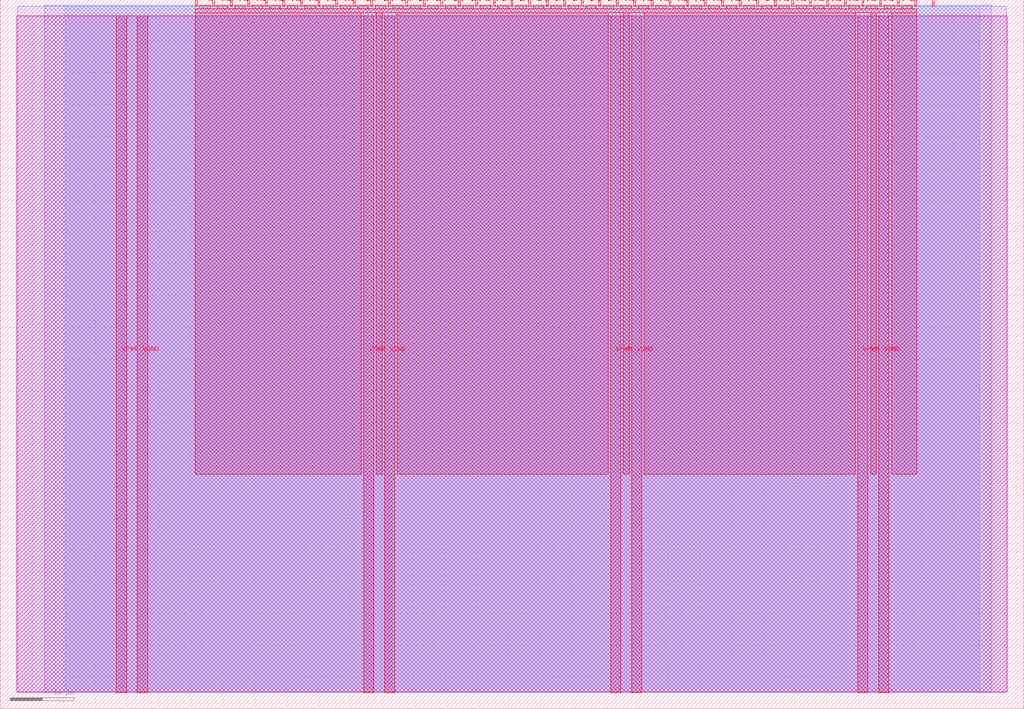
<source format=lef>
VERSION 5.7 ;
  NOWIREEXTENSIONATPIN ON ;
  DIVIDERCHAR "/" ;
  BUSBITCHARS "[]" ;
MACRO tt_um_MichaelBell_hd_8b10b
  CLASS BLOCK ;
  FOREIGN tt_um_MichaelBell_hd_8b10b ;
  ORIGIN 0.000 0.000 ;
  SIZE 161.000 BY 111.520 ;
  PIN VGND
    DIRECTION INOUT ;
    USE GROUND ;
    PORT
      LAYER met4 ;
        RECT 21.580 2.480 23.180 109.040 ;
    END
    PORT
      LAYER met4 ;
        RECT 60.450 2.480 62.050 109.040 ;
    END
    PORT
      LAYER met4 ;
        RECT 99.320 2.480 100.920 109.040 ;
    END
    PORT
      LAYER met4 ;
        RECT 138.190 2.480 139.790 109.040 ;
    END
  END VGND
  PIN VPWR
    DIRECTION INOUT ;
    USE POWER ;
    PORT
      LAYER met4 ;
        RECT 18.280 2.480 19.880 109.040 ;
    END
    PORT
      LAYER met4 ;
        RECT 57.150 2.480 58.750 109.040 ;
    END
    PORT
      LAYER met4 ;
        RECT 96.020 2.480 97.620 109.040 ;
    END
    PORT
      LAYER met4 ;
        RECT 134.890 2.480 136.490 109.040 ;
    END
  END VPWR
  PIN clk
    DIRECTION INPUT ;
    USE SIGNAL ;
    ANTENNAGATEAREA 0.852000 ;
    PORT
      LAYER met4 ;
        RECT 143.830 110.520 144.130 111.520 ;
    END
  END clk
  PIN ena
    DIRECTION INPUT ;
    USE SIGNAL ;
    PORT
      LAYER met4 ;
        RECT 146.590 110.520 146.890 111.520 ;
    END
  END ena
  PIN rst_n
    DIRECTION INPUT ;
    USE SIGNAL ;
    ANTENNAGATEAREA 0.196500 ;
    PORT
      LAYER met4 ;
        RECT 141.070 110.520 141.370 111.520 ;
    END
  END rst_n
  PIN ui_in[0]
    DIRECTION INPUT ;
    USE SIGNAL ;
    ANTENNAGATEAREA 0.213000 ;
    PORT
      LAYER met4 ;
        RECT 138.310 110.520 138.610 111.520 ;
    END
  END ui_in[0]
  PIN ui_in[1]
    DIRECTION INPUT ;
    USE SIGNAL ;
    ANTENNAGATEAREA 0.196500 ;
    PORT
      LAYER met4 ;
        RECT 135.550 110.520 135.850 111.520 ;
    END
  END ui_in[1]
  PIN ui_in[2]
    DIRECTION INPUT ;
    USE SIGNAL ;
    ANTENNAGATEAREA 0.213000 ;
    PORT
      LAYER met4 ;
        RECT 132.790 110.520 133.090 111.520 ;
    END
  END ui_in[2]
  PIN ui_in[3]
    DIRECTION INPUT ;
    USE SIGNAL ;
    ANTENNAGATEAREA 0.213000 ;
    PORT
      LAYER met4 ;
        RECT 130.030 110.520 130.330 111.520 ;
    END
  END ui_in[3]
  PIN ui_in[4]
    DIRECTION INPUT ;
    USE SIGNAL ;
    ANTENNAGATEAREA 0.213000 ;
    PORT
      LAYER met4 ;
        RECT 127.270 110.520 127.570 111.520 ;
    END
  END ui_in[4]
  PIN ui_in[5]
    DIRECTION INPUT ;
    USE SIGNAL ;
    ANTENNAGATEAREA 0.213000 ;
    PORT
      LAYER met4 ;
        RECT 124.510 110.520 124.810 111.520 ;
    END
  END ui_in[5]
  PIN ui_in[6]
    DIRECTION INPUT ;
    USE SIGNAL ;
    ANTENNAGATEAREA 0.196500 ;
    PORT
      LAYER met4 ;
        RECT 121.750 110.520 122.050 111.520 ;
    END
  END ui_in[6]
  PIN ui_in[7]
    DIRECTION INPUT ;
    USE SIGNAL ;
    ANTENNAGATEAREA 0.126000 ;
    PORT
      LAYER met4 ;
        RECT 118.990 110.520 119.290 111.520 ;
    END
  END ui_in[7]
  PIN uio_in[0]
    DIRECTION INPUT ;
    USE SIGNAL ;
    PORT
      LAYER met4 ;
        RECT 116.230 110.520 116.530 111.520 ;
    END
  END uio_in[0]
  PIN uio_in[1]
    DIRECTION INPUT ;
    USE SIGNAL ;
    PORT
      LAYER met4 ;
        RECT 113.470 110.520 113.770 111.520 ;
    END
  END uio_in[1]
  PIN uio_in[2]
    DIRECTION INPUT ;
    USE SIGNAL ;
    PORT
      LAYER met4 ;
        RECT 110.710 110.520 111.010 111.520 ;
    END
  END uio_in[2]
  PIN uio_in[3]
    DIRECTION INPUT ;
    USE SIGNAL ;
    PORT
      LAYER met4 ;
        RECT 107.950 110.520 108.250 111.520 ;
    END
  END uio_in[3]
  PIN uio_in[4]
    DIRECTION INPUT ;
    USE SIGNAL ;
    PORT
      LAYER met4 ;
        RECT 105.190 110.520 105.490 111.520 ;
    END
  END uio_in[4]
  PIN uio_in[5]
    DIRECTION INPUT ;
    USE SIGNAL ;
    PORT
      LAYER met4 ;
        RECT 102.430 110.520 102.730 111.520 ;
    END
  END uio_in[5]
  PIN uio_in[6]
    DIRECTION INPUT ;
    USE SIGNAL ;
    PORT
      LAYER met4 ;
        RECT 99.670 110.520 99.970 111.520 ;
    END
  END uio_in[6]
  PIN uio_in[7]
    DIRECTION INPUT ;
    USE SIGNAL ;
    PORT
      LAYER met4 ;
        RECT 96.910 110.520 97.210 111.520 ;
    END
  END uio_in[7]
  PIN uio_oe[0]
    DIRECTION OUTPUT ;
    USE SIGNAL ;
    ANTENNADIFFAREA 0.445500 ;
    PORT
      LAYER met4 ;
        RECT 49.990 110.520 50.290 111.520 ;
    END
  END uio_oe[0]
  PIN uio_oe[1]
    DIRECTION OUTPUT ;
    USE SIGNAL ;
    ANTENNADIFFAREA 0.445500 ;
    PORT
      LAYER met4 ;
        RECT 47.230 110.520 47.530 111.520 ;
    END
  END uio_oe[1]
  PIN uio_oe[2]
    DIRECTION OUTPUT ;
    USE SIGNAL ;
    ANTENNADIFFAREA 0.445500 ;
    PORT
      LAYER met4 ;
        RECT 44.470 110.520 44.770 111.520 ;
    END
  END uio_oe[2]
  PIN uio_oe[3]
    DIRECTION OUTPUT ;
    USE SIGNAL ;
    ANTENNADIFFAREA 0.445500 ;
    PORT
      LAYER met4 ;
        RECT 41.710 110.520 42.010 111.520 ;
    END
  END uio_oe[3]
  PIN uio_oe[4]
    DIRECTION OUTPUT ;
    USE SIGNAL ;
    ANTENNADIFFAREA 0.445500 ;
    PORT
      LAYER met4 ;
        RECT 38.950 110.520 39.250 111.520 ;
    END
  END uio_oe[4]
  PIN uio_oe[5]
    DIRECTION OUTPUT ;
    USE SIGNAL ;
    ANTENNADIFFAREA 0.445500 ;
    PORT
      LAYER met4 ;
        RECT 36.190 110.520 36.490 111.520 ;
    END
  END uio_oe[5]
  PIN uio_oe[6]
    DIRECTION OUTPUT ;
    USE SIGNAL ;
    ANTENNADIFFAREA 0.445500 ;
    PORT
      LAYER met4 ;
        RECT 33.430 110.520 33.730 111.520 ;
    END
  END uio_oe[6]
  PIN uio_oe[7]
    DIRECTION OUTPUT ;
    USE SIGNAL ;
    ANTENNAGATEAREA 1.113000 ;
    ANTENNADIFFAREA 0.891000 ;
    PORT
      LAYER met4 ;
        RECT 30.670 110.520 30.970 111.520 ;
    END
  END uio_oe[7]
  PIN uio_out[0]
    DIRECTION OUTPUT ;
    USE SIGNAL ;
    ANTENNADIFFAREA 0.891000 ;
    PORT
      LAYER met4 ;
        RECT 72.070 110.520 72.370 111.520 ;
    END
  END uio_out[0]
  PIN uio_out[1]
    DIRECTION OUTPUT ;
    USE SIGNAL ;
    ANTENNADIFFAREA 0.891000 ;
    PORT
      LAYER met4 ;
        RECT 69.310 110.520 69.610 111.520 ;
    END
  END uio_out[1]
  PIN uio_out[2]
    DIRECTION OUTPUT ;
    USE SIGNAL ;
    ANTENNADIFFAREA 0.891000 ;
    PORT
      LAYER met4 ;
        RECT 66.550 110.520 66.850 111.520 ;
    END
  END uio_out[2]
  PIN uio_out[3]
    DIRECTION OUTPUT ;
    USE SIGNAL ;
    ANTENNADIFFAREA 0.891000 ;
    PORT
      LAYER met4 ;
        RECT 63.790 110.520 64.090 111.520 ;
    END
  END uio_out[3]
  PIN uio_out[4]
    DIRECTION OUTPUT ;
    USE SIGNAL ;
    ANTENNADIFFAREA 0.891000 ;
    PORT
      LAYER met4 ;
        RECT 61.030 110.520 61.330 111.520 ;
    END
  END uio_out[4]
  PIN uio_out[5]
    DIRECTION OUTPUT ;
    USE SIGNAL ;
    ANTENNADIFFAREA 0.891000 ;
    PORT
      LAYER met4 ;
        RECT 58.270 110.520 58.570 111.520 ;
    END
  END uio_out[5]
  PIN uio_out[6]
    DIRECTION OUTPUT ;
    USE SIGNAL ;
    ANTENNADIFFAREA 0.445500 ;
    PORT
      LAYER met4 ;
        RECT 55.510 110.520 55.810 111.520 ;
    END
  END uio_out[6]
  PIN uio_out[7]
    DIRECTION OUTPUT ;
    USE SIGNAL ;
    ANTENNADIFFAREA 0.891000 ;
    PORT
      LAYER met4 ;
        RECT 52.750 110.520 53.050 111.520 ;
    END
  END uio_out[7]
  PIN uo_out[0]
    DIRECTION OUTPUT ;
    USE SIGNAL ;
    ANTENNADIFFAREA 0.891000 ;
    PORT
      LAYER met4 ;
        RECT 94.150 110.520 94.450 111.520 ;
    END
  END uo_out[0]
  PIN uo_out[1]
    DIRECTION OUTPUT ;
    USE SIGNAL ;
    ANTENNADIFFAREA 0.891000 ;
    PORT
      LAYER met4 ;
        RECT 91.390 110.520 91.690 111.520 ;
    END
  END uo_out[1]
  PIN uo_out[2]
    DIRECTION OUTPUT ;
    USE SIGNAL ;
    ANTENNADIFFAREA 0.891000 ;
    PORT
      LAYER met4 ;
        RECT 88.630 110.520 88.930 111.520 ;
    END
  END uo_out[2]
  PIN uo_out[3]
    DIRECTION OUTPUT ;
    USE SIGNAL ;
    ANTENNADIFFAREA 0.891000 ;
    PORT
      LAYER met4 ;
        RECT 85.870 110.520 86.170 111.520 ;
    END
  END uo_out[3]
  PIN uo_out[4]
    DIRECTION OUTPUT ;
    USE SIGNAL ;
    ANTENNADIFFAREA 0.462000 ;
    PORT
      LAYER met4 ;
        RECT 83.110 110.520 83.410 111.520 ;
    END
  END uo_out[4]
  PIN uo_out[5]
    DIRECTION OUTPUT ;
    USE SIGNAL ;
    ANTENNADIFFAREA 0.891000 ;
    PORT
      LAYER met4 ;
        RECT 80.350 110.520 80.650 111.520 ;
    END
  END uo_out[5]
  PIN uo_out[6]
    DIRECTION OUTPUT ;
    USE SIGNAL ;
    ANTENNADIFFAREA 0.445500 ;
    PORT
      LAYER met4 ;
        RECT 77.590 110.520 77.890 111.520 ;
    END
  END uo_out[6]
  PIN uo_out[7]
    DIRECTION OUTPUT ;
    USE SIGNAL ;
    ANTENNADIFFAREA 0.445500 ;
    PORT
      LAYER met4 ;
        RECT 74.830 110.520 75.130 111.520 ;
    END
  END uo_out[7]
  OBS
      LAYER nwell ;
        RECT 2.570 2.635 158.430 108.990 ;
      LAYER li1 ;
        RECT 2.760 2.635 158.240 108.885 ;
      LAYER met1 ;
        RECT 2.760 2.480 158.240 110.460 ;
      LAYER met2 ;
        RECT 7.000 2.535 155.840 110.685 ;
      LAYER met3 ;
        RECT 10.185 2.555 154.035 110.665 ;
      LAYER met4 ;
        RECT 31.370 110.120 33.030 110.665 ;
        RECT 34.130 110.120 35.790 110.665 ;
        RECT 36.890 110.120 38.550 110.665 ;
        RECT 39.650 110.120 41.310 110.665 ;
        RECT 42.410 110.120 44.070 110.665 ;
        RECT 45.170 110.120 46.830 110.665 ;
        RECT 47.930 110.120 49.590 110.665 ;
        RECT 50.690 110.120 52.350 110.665 ;
        RECT 53.450 110.120 55.110 110.665 ;
        RECT 56.210 110.120 57.870 110.665 ;
        RECT 58.970 110.120 60.630 110.665 ;
        RECT 61.730 110.120 63.390 110.665 ;
        RECT 64.490 110.120 66.150 110.665 ;
        RECT 67.250 110.120 68.910 110.665 ;
        RECT 70.010 110.120 71.670 110.665 ;
        RECT 72.770 110.120 74.430 110.665 ;
        RECT 75.530 110.120 77.190 110.665 ;
        RECT 78.290 110.120 79.950 110.665 ;
        RECT 81.050 110.120 82.710 110.665 ;
        RECT 83.810 110.120 85.470 110.665 ;
        RECT 86.570 110.120 88.230 110.665 ;
        RECT 89.330 110.120 90.990 110.665 ;
        RECT 92.090 110.120 93.750 110.665 ;
        RECT 94.850 110.120 96.510 110.665 ;
        RECT 97.610 110.120 99.270 110.665 ;
        RECT 100.370 110.120 102.030 110.665 ;
        RECT 103.130 110.120 104.790 110.665 ;
        RECT 105.890 110.120 107.550 110.665 ;
        RECT 108.650 110.120 110.310 110.665 ;
        RECT 111.410 110.120 113.070 110.665 ;
        RECT 114.170 110.120 115.830 110.665 ;
        RECT 116.930 110.120 118.590 110.665 ;
        RECT 119.690 110.120 121.350 110.665 ;
        RECT 122.450 110.120 124.110 110.665 ;
        RECT 125.210 110.120 126.870 110.665 ;
        RECT 127.970 110.120 129.630 110.665 ;
        RECT 130.730 110.120 132.390 110.665 ;
        RECT 133.490 110.120 135.150 110.665 ;
        RECT 136.250 110.120 137.910 110.665 ;
        RECT 139.010 110.120 140.670 110.665 ;
        RECT 141.770 110.120 143.430 110.665 ;
        RECT 30.655 109.440 144.145 110.120 ;
        RECT 30.655 36.895 56.750 109.440 ;
        RECT 59.150 36.895 60.050 109.440 ;
        RECT 62.450 36.895 95.620 109.440 ;
        RECT 98.020 36.895 98.920 109.440 ;
        RECT 101.320 36.895 134.490 109.440 ;
        RECT 136.890 36.895 137.790 109.440 ;
        RECT 140.190 36.895 144.145 109.440 ;
  END
END tt_um_MichaelBell_hd_8b10b
END LIBRARY


</source>
